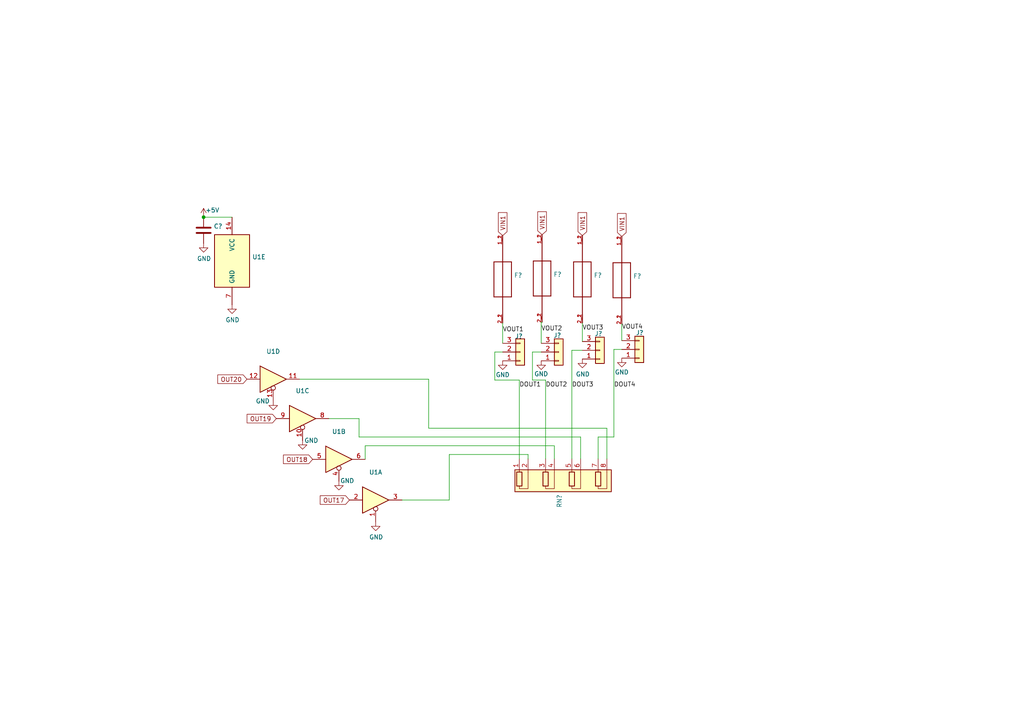
<source format=kicad_sch>
(kicad_sch (version 20211123) (generator eeschema)
  (paper "A4")
  (title_block (title "PB 16") (date "2022-01-07") (rev "v4") (company "Scott Hanson"))
  (lib_symbols
    (symbol "74xx:74LS125" (pin_names (offset 1.016))
      (property "Reference" "U" (at 0 1.27 0))
      (property "Value" "74LS125" (at 0 -1.27 0))
      (symbol "74LS125_1_0"
        (polyline (pts (xy -3.81 3.81) (xy -3.81 -3.81) (xy 3.81 0) (xy -3.81 3.81)) (stroke (width 0.254)) (fill (type background)))
        (pin input inverted (at 0 -6.35 90) (length 4.445) (name "~") (number "1"))
        (pin input line (at -7.62 0 0) (length 3.81) (name "~") (number "2"))
        (pin tri_state line (at 7.62 0 180) (length 3.81) (name "~") (number "3"))
      )
      (symbol "74LS125_2_0"
        (polyline (pts (xy -3.81 3.81) (xy -3.81 -3.81) (xy 3.81 0) (xy -3.81 3.81)) (stroke (width 0.254)) (fill (type background)))
        (pin input inverted (at 0 -6.35 90) (length 4.445) (name "~") (number "4"))
        (pin input line (at -7.62 0 0) (length 3.81) (name "~") (number "5"))
        (pin tri_state line (at 7.62 0 180) (length 3.81) (name "~") (number "6"))
      )
      (symbol "74LS125_3_0"
        (polyline (pts (xy -3.81 3.81) (xy -3.81 -3.81) (xy 3.81 0) (xy -3.81 3.81)) (stroke (width 0.254)) (fill (type background)))
        (pin input inverted (at 0 -6.35 90) (length 4.445) (name "~") (number "10"))
        (pin tri_state line (at 7.62 0 180) (length 3.81) (name "~") (number "8"))
        (pin input line (at -7.62 0 0) (length 3.81) (name "~") (number "9"))
      )
      (symbol "74LS125_4_0"
        (polyline (pts (xy -3.81 3.81) (xy -3.81 -3.81) (xy 3.81 0) (xy -3.81 3.81)) (stroke (width 0.254)) (fill (type background)))
        (pin tri_state line (at 7.62 0 180) (length 3.81) (name "~") (number "11"))
        (pin input line (at -7.62 0 0) (length 3.81) (name "~") (number "12"))
        (pin input inverted (at 0 -6.35 90) (length 4.445) (name "~") (number "13"))
      )
      (symbol "74LS125_5_0"
        (pin power_in line (at 0 12.7 270) (length 5.08) (name "VCC") (number "14"))
        (pin power_in line (at 0 -12.7 90) (length 5.08) (name "GND") (number "7"))
      )
      (symbol "74LS125_5_1"
        (rectangle (start -5.08 7.62) (end 5.08 -7.62) (stroke (width 0.254)) (fill (type background)))
      )
    )
    (symbol "Connector_Generic:Conn_01x03" (pin_names (offset 1.016) hide)
      (property "Reference" "J" (at 0 5.08 0))
      (property "Value" "Conn_01x03" (at 0 -5.08 0))
      (symbol "Conn_01x03_1_1"
        (rectangle (start -1.27 -2.413) (end 0 -2.667) (stroke (width 0.1524)))
        (rectangle (start -1.27 0.127) (end 0 -0.127) (stroke (width 0.1524)))
        (rectangle (start -1.27 2.667) (end 0 2.413) (stroke (width 0.1524)))
        (rectangle (start -1.27 3.81) (end 1.27 -3.81) (stroke (width 0.254)) (fill (type background)))
        (pin passive line (at -5.08 2.54 0) (length 3.81) (name "Pin_1") (number "1"))
        (pin passive line (at -5.08 0 0) (length 3.81) (name "Pin_2") (number "2"))
        (pin passive line (at -5.08 -2.54 0) (length 3.81) (name "Pin_3") (number "3"))
      )
    )
    (symbol "Four_Out-rescue:3544-2-Keystone_Fuse" (pin_names (offset 1.016) hide)
      (property "Reference" "F" (at -5.08 3.302 0))
      (property "Value" "3544-2-Keystone_Fuse" (at -5.08 -5.08 0))
      (symbol "3544-2-Keystone_Fuse_0_0"
        (polyline (pts (xy -12.7 0) (xy 12.7 0)) (stroke (width 0.254)))
        (polyline (pts (xy -5.08 -2.54) (xy -5.08 2.54)) (stroke (width 0.254)))
        (polyline (pts (xy -5.08 2.54) (xy 5.08 2.54)) (stroke (width 0.254)))
        (polyline (pts (xy 5.08 -2.54) (xy -5.08 -2.54)) (stroke (width 0.254)))
        (polyline (pts (xy 5.08 2.54) (xy 5.08 -2.54)) (stroke (width 0.254)))
        (pin passive line (at -12.7 0 0) (length 2.54) (name "1") (number "1_1"))
        (pin passive line (at -12.7 0 0) (length 2.54) (name "1") (number "1_2"))
        (pin passive line (at 12.7 0 180) (length 2.54) (name "2") (number "2_1"))
        (pin passive line (at 12.7 0 180) (length 2.54) (name "2") (number "2_2"))
      )
    )
    (symbol "Four_Out-rescue:C-Device" (pin_numbers hide) (pin_names (offset 0.254))
      (property "Reference" "C" (at 0.635 2.54 0))
      (property "Value" "C-Device" (at 0.635 -2.54 0))
      (symbol "C-Device_0_1"
        (polyline (pts (xy -2.032 -0.762) (xy 2.032 -0.762)) (stroke (width 0.508)))
        (polyline (pts (xy -2.032 0.762) (xy 2.032 0.762)) (stroke (width 0.508)))
      )
      (symbol "C-Device_1_1"
        (pin passive line (at 0 3.81 270) (length 2.794) (name "~") (number "1"))
        (pin passive line (at 0 -3.81 90) (length 2.794) (name "~") (number "2"))
      )
    )
    (symbol "Four_Out-rescue:R_Pack04_SIP-Device" (pin_names (offset 0) hide)
      (property "Reference" "RN" (at -15.24 0 90))
      (property "Value" "R_Pack04_SIP-Device" (at 15.24 0 90))
      (symbol "R_Pack04_SIP-Device_0_1"
        (rectangle (start -13.97 -1.905) (end 13.97 4.445) (stroke (width 0.254)) (fill (type background)))
        (rectangle (start -13.462 2.794) (end -11.938 -1.27) (stroke (width 0.254)))
        (rectangle (start -5.842 2.794) (end -4.318 -1.27) (stroke (width 0.254)))
        (polyline (pts (xy -12.7 2.794) (xy -12.7 3.556) (xy -10.16 3.556) (xy -10.16 -1.27)))
        (polyline (pts (xy -5.08 2.794) (xy -5.08 3.556) (xy -2.54 3.556) (xy -2.54 -1.27)))
        (polyline (pts (xy 2.54 2.794) (xy 2.54 3.556) (xy 5.08 3.556) (xy 5.08 -1.27)))
        (polyline (pts (xy 10.16 2.794) (xy 10.16 3.556) (xy 12.7 3.556) (xy 12.7 -1.27)))
        (rectangle (start 1.778 2.794) (end 3.302 -1.27) (stroke (width 0.254)))
        (rectangle (start 9.398 2.794) (end 10.922 -1.27) (stroke (width 0.254)))
      )
      (symbol "R_Pack04_SIP-Device_1_1"
        (pin passive line (at -12.7 -5.08 90) (length 3.81) (name "R1.1") (number "1"))
        (pin passive line (at -10.16 -5.08 90) (length 3.81) (name "R1.2") (number "2"))
        (pin passive line (at -5.08 -5.08 90) (length 3.81) (name "R2.1") (number "3"))
        (pin passive line (at -2.54 -5.08 90) (length 3.81) (name "R2.2") (number "4"))
        (pin passive line (at 2.54 -5.08 90) (length 3.81) (name "R3.1") (number "5"))
        (pin passive line (at 5.08 -5.08 90) (length 3.81) (name "R3.2") (number "6"))
        (pin passive line (at 10.16 -5.08 90) (length 3.81) (name "R4.1") (number "7"))
        (pin passive line (at 12.7 -5.08 90) (length 3.81) (name "R4.2") (number "8"))
      )
    )
    (symbol "power:+5V" (power) (pin_names (offset 0))
      (property "Value" "+5V" (at 0 3.556 0))
      (symbol "+5V_0_1"
        (polyline (pts (xy -0.762 1.27) (xy 0 2.54)))
        (polyline (pts (xy 0 0) (xy 0 2.54)))
        (polyline (pts (xy 0 2.54) (xy 0.762 1.27)))
      )
      (symbol "+5V_1_1"
        (pin power_in line (at 0 0 90) (length 0) hide (name "+5V") (number "1"))
      )
    )
    (symbol "power:GND" (power) (pin_names (offset 0))
      (property "Value" "GND" (at 0 -3.81 0))
      (symbol "GND_0_1"
        (polyline (pts (xy 0 0) (xy 0 -1.27) (xy 1.27 -1.27) (xy 0 -2.54) (xy -1.27 -1.27) (xy 0 -1.27)))
      )
      (symbol "GND_1_1"
        (pin power_in line (at 0 0 270) (length 0) hide (name "GND") (number "1"))
      )
    )
  )
  (junction (at 59.055 62.992))
  (wire (pts (xy 165.862 101.6) (xy 168.91 101.6)))
  (wire (pts (xy 105.918 129.286) (xy 160.782 129.286)))
  (wire (pts (xy 150.622 110.236) (xy 143.51 110.236)))
  (wire (pts (xy 178.054 101.346) (xy 178.054 126.746)))
  (wire (pts (xy 86.868 109.982) (xy 124.333 109.982)))
  (wire (pts (xy 180.34 101.346) (xy 178.054 101.346)))
  (wire (pts (xy 130.302 131.826) (xy 130.302 145.034)))
  (wire (pts (xy 158.242 110.236) (xy 154.432 110.236)))
  (wire (pts (xy 178.054 126.746) (xy 173.482 126.746)))
  (wire (pts (xy 104.14 126.746) (xy 168.402 126.746)))
  (wire (pts (xy 156.972 99.568) (xy 156.972 93.472)))
  (wire (pts (xy 143.51 110.236) (xy 143.51 102.108)))
  (wire (pts (xy 168.91 93.726) (xy 168.91 99.06)))
  (wire (pts (xy 130.302 145.034) (xy 116.586 145.034)))
  (wire (pts (xy 154.432 110.236) (xy 154.432 102.108)))
  (wire (pts (xy 158.242 133.096) (xy 158.242 110.236)))
  (wire (pts (xy 104.14 121.412) (xy 95.377 121.412)))
  (wire (pts (xy 156.972 102.108) (xy 154.432 102.108)))
  (wire (pts (xy 176.022 124.206) (xy 176.022 133.096)))
  (wire (pts (xy 67.31 62.992) (xy 59.055 62.992)))
  (wire (pts (xy 165.862 133.096) (xy 165.862 101.6)))
  (wire (pts (xy 124.333 109.982) (xy 124.333 124.206)))
  (wire (pts (xy 145.796 93.726) (xy 145.796 99.568)))
  (wire (pts (xy 124.333 124.206) (xy 176.022 124.206)))
  (wire (pts (xy 173.482 126.746) (xy 173.482 133.096)))
  (wire (pts (xy 153.162 131.826) (xy 153.162 133.096)))
  (wire (pts (xy 156.972 93.472) (xy 157.226 93.472)))
  (wire (pts (xy 150.622 133.096) (xy 150.622 110.236)))
  (wire (pts (xy 180.34 98.806) (xy 180.34 93.98)))
  (wire (pts (xy 143.51 102.108) (xy 145.796 102.108)))
  (wire (pts (xy 130.302 131.826) (xy 153.162 131.826)))
  (wire (pts (xy 160.782 129.286) (xy 160.782 133.096)))
  (wire (pts (xy 168.402 126.746) (xy 168.402 133.096)))
  (wire (pts (xy 104.14 126.746) (xy 104.14 121.412)))
  (wire (pts (xy 105.918 129.286) (xy 105.918 133.223)))
  (label "VOUT1" (at 145.796 96.52 0))
  (label "DOUT4" (at 178.054 112.522 0))
  (label "DOUT3" (at 165.862 112.522 0))
  (label "DOUT1" (at 150.622 112.522 0))
  (label "VOUT4" (at 180.34 95.758 0))
  (label "VOUT3" (at 168.91 96.012 0))
  (label "DOUT2" (at 158.242 112.522 0))
  (label "VOUT2" (at 156.972 96.266 0))
  (global_label "VIN1" (shape input) (at 168.91 68.326 90) (property "Intersheet References" "${INTERSHEET_REFS}" (effects hide)))
  (global_label "VIN1" (shape input) (at 157.226 68.072 90) (property "Intersheet References" "${INTERSHEET_REFS}" (effects hide)))
  (global_label "OUT20" (shape input) (at 71.628 109.982 180) (property "Intersheet References" "${INTERSHEET_REFS}" (effects hide)))
  (global_label "OUT17" (shape input) (at 101.346 145.034 180) (property "Intersheet References" "${INTERSHEET_REFS}" (effects hide)))
  (global_label "OUT19" (shape input) (at 80.137 121.412 180) (property "Intersheet References" "${INTERSHEET_REFS}" (effects hide)))
  (global_label "VIN1" (shape input) (at 145.796 68.326 90) (property "Intersheet References" "${INTERSHEET_REFS}" (effects hide)))
  (global_label "OUT18" (shape input) (at 90.678 133.223 180) (property "Intersheet References" "${INTERSHEET_REFS}" (effects hide)))
  (global_label "VIN1" (shape input) (at 180.34 68.58 90) (property "Intersheet References" "${INTERSHEET_REFS}" (effects hide)))
  (symbol (lib_id "Connector_Generic:Conn_01x03") (at 150.876 102.108 0) (mirror x) (unit 1)
    (property "Reference" "J?" (at 149.352 97.536 0) (effects (justify left)))
    (property "Digi-Key_PN" "277-5737-ND/ED10555-ND" (effects hide))
    (property "MPN" "1843619/OSTTJ0311530" (effects hide))
  )
  (symbol (lib_id "Connector_Generic:Conn_01x03") (at 162.052 102.108 0) (mirror x) (unit 1)
    (property "Reference" "J?" (at 160.528 97.282 0) (effects (justify left)))
    (property "Digi-Key_PN" "277-5737-ND/ED10555-ND" (effects hide))
    (property "MPN" "1843619/OSTTJ0311530" (effects hide))
  )
  (symbol (lib_id "Connector_Generic:Conn_01x03") (at 173.99 101.6 0) (mirror x) (unit 1)
    (property "Reference" "J?" (at 172.466 96.774 0) (effects (justify left)))
    (property "Digi-Key_PN" "277-5737-ND/ED10555-ND" (effects hide))
    (property "MPN" "1843619/OSTTJ0311530" (effects hide))
  )
  (symbol (lib_id "Connector_Generic:Conn_01x03") (at 185.42 101.346 0) (mirror x) (unit 1)
    (property "Reference" "J?" (at 184.404 96.52 0) (effects (justify left)))
    (property "Digi-Key_PN" "277-5737-ND/ED10555-ND" (effects hide))
    (property "MPN" "1843619/OSTTJ0311530" (effects hide))
  )
  (symbol (lib_id "power:GND") (at 145.796 104.648 0) (unit 1)
    (property "Reference" "#PWR?" (effects hide))
  )
  (symbol (lib_id "power:GND") (at 156.972 104.648 0) (unit 1)
    (property "Reference" "#PWR?" (effects hide))
  )
  (symbol (lib_id "power:GND") (at 168.91 104.14 0) (unit 1)
    (property "Reference" "#PWR?" (effects hide))
  )
  (symbol (lib_id "power:GND") (at 180.34 103.886 0) (unit 1)
    (property "Reference" "#PWR?" (effects hide))
  )
  (symbol (lib_id "Four_Out-rescue:3544-2-Keystone_Fuse") (at 157.226 80.772 270) (unit 1)
    (property "Reference" "F?" (at 160.528 79.6036 90) (effects (justify left)))
    (property "Field4" "3544-2" (effects hide))
    (property "Field5" "None" (effects hide))
    (property "Field6" "Unavailable" (effects hide))
    (property "Field7" "Fuse Clip; 500 VAC; 30 A; PCB; For 0.110 in. x 0.032 in. mini blade fuses" (effects hide))
    (property "Field8" "Keystone Electronics" (effects hide))
    (property "Digi-Key_PN" "36-3544-2-ND" (effects hide))
    (property "MPN" "3544-2" (effects hide))
  )
  (symbol (lib_id "Four_Out-rescue:3544-2-Keystone_Fuse") (at 168.91 81.026 270) (unit 1)
    (property "Reference" "F?" (at 172.212 79.8576 90) (effects (justify left)))
    (property "Field4" "3544-2" (effects hide))
    (property "Field5" "None" (effects hide))
    (property "Field6" "Unavailable" (effects hide))
    (property "Field7" "Fuse Clip; 500 VAC; 30 A; PCB; For 0.110 in. x 0.032 in. mini blade fuses" (effects hide))
    (property "Field8" "Keystone Electronics" (effects hide))
    (property "Digi-Key_PN" "36-3544-2-ND" (effects hide))
    (property "MPN" "3544-2" (effects hide))
  )
  (symbol (lib_id "Four_Out-rescue:3544-2-Keystone_Fuse") (at 180.34 81.28 270) (unit 1)
    (property "Reference" "F?" (at 183.642 80.1116 90) (effects (justify left)))
    (property "Field4" "3544-2" (effects hide))
    (property "Field5" "None" (effects hide))
    (property "Field6" "Unavailable" (effects hide))
    (property "Field7" "Fuse Clip; 500 VAC; 30 A; PCB; For 0.110 in. x 0.032 in. mini blade fuses" (effects hide))
    (property "Field8" "Keystone Electronics" (effects hide))
    (property "Digi-Key_PN" "36-3544-2-ND" (effects hide))
    (property "MPN" "3544-2" (effects hide))
  )
  (symbol (lib_id "power:GND") (at 59.055 70.612 0) (unit 1)
    (property "Reference" "#PWR?" (effects hide))
  )
  (symbol (lib_id "power:GND") (at 79.248 116.332 0) (unit 1)
    (property "Reference" "#PWR?" (effects hide))
  )
  (symbol (lib_id "Four_Out-rescue:C-Device") (at 59.055 66.802 0) (unit 1)
    (property "Reference" "C?" (at 61.976 65.6336 0) (effects (justify left)))
    (property "Digi-Key_PN" "478-7336-1-ND" (effects hide))
    (property "MPN" "SR215C104KARTR1" (effects hide))
  )
  (symbol (lib_id "power:+5V") (at 59.055 62.992 0) (unit 1)
    (property "Reference" "#PWR?" (effects hide))
  )
  (symbol (lib_id "Four_Out-rescue:3544-2-Keystone_Fuse") (at 145.796 81.026 270) (unit 1)
    (property "Reference" "F?" (at 149.098 79.8576 90) (effects (justify left)))
    (property "Field4" "3544-2" (effects hide))
    (property "Field5" "None" (effects hide))
    (property "Field6" "Unavailable" (effects hide))
    (property "Field7" "Fuse Clip; 500 VAC; 30 A; PCB; For 0.110 in. x 0.032 in. mini blade fuses" (effects hide))
    (property "Field8" "Keystone Electronics" (effects hide))
    (property "Digi-Key_PN" "36-3544-2-ND" (effects hide))
    (property "MPN" "3544-2" (effects hide))
  )
  (symbol (lib_id "Four_Out-rescue:R_Pack04_SIP-Device") (at 163.322 138.176 0) (mirror x) (unit 1)
    (property "Reference" "RN?" (at 162.2552 143.383 90) (effects (justify left)))
    (property "Datasheet" "http://www.vishay.com/docs/31509/csc.pdf" (effects hide))
    (property "Digi-Key_PN" "4608X-2-330LF-ND" (effects hide))
    (property "MPN" "4608X-102-330LF" (effects hide))
  )
  (symbol (lib_id "74xx:74LS125") (at 108.966 145.034 0) (unit 1)
    (property "Reference" "U1" (at 108.966 136.9822 0))
    (property "Datasheet" "http://www.ti.com/lit/gpn/sn74LS125" (effects hide))
    (property "Digi-Key_PN" "296-4531-5-ND" (effects hide))
    (property "MPN" "SN74AHC125N" (effects hide))
  )
  (symbol (lib_id "74xx:74LS125") (at 98.298 133.223 0) (unit 2)
    (property "Reference" "U1" (at 98.298 125.1712 0))
    (property "Datasheet" "http://www.ti.com/lit/gpn/sn74LS125" (effects hide))
    (property "Digi-Key_PN" "296-4531-5-ND" (effects hide))
    (property "MPN" "SN74AHC125N" (effects hide))
  )
  (symbol (lib_id "74xx:74LS125") (at 87.757 121.412 0) (unit 3)
    (property "Reference" "U1" (at 87.757 113.3602 0))
    (property "Datasheet" "http://www.ti.com/lit/gpn/sn74LS125" (effects hide))
    (property "Digi-Key_PN" "296-4531-5-ND" (effects hide))
    (property "MPN" "SN74AHC125N" (effects hide))
  )
  (symbol (lib_id "74xx:74LS125") (at 79.248 109.982 0) (unit 4)
    (property "Reference" "U1" (at 79.248 101.9302 0))
    (property "Datasheet" "http://www.ti.com/lit/gpn/sn74LS125" (effects hide))
    (property "Digi-Key_PN" "296-4531-5-ND" (effects hide))
    (property "MPN" "SN74AHC125N" (effects hide))
  )
  (symbol (lib_id "74xx:74LS125") (at 67.31 75.692 0) (unit 5)
    (property "Reference" "U1" (at 73.152 74.5236 0) (effects (justify left)))
    (property "Datasheet" "http://www.ti.com/lit/gpn/sn74LS125" (effects hide))
    (property "Digi-Key_PN" "296-4531-5-ND" (effects hide))
    (property "MPN" "SN74AHC125N" (effects hide))
  )
  (symbol (lib_id "power:GND") (at 67.31 88.392 0) (unit 1)
    (property "Reference" "#PWR?" (effects hide))
  )
  (symbol (lib_id "power:GND") (at 87.757 127.762 0) (unit 1)
    (property "Reference" "#PWR?" (effects hide))
  )
  (symbol (lib_id "power:GND") (at 98.298 139.573 0) (unit 1)
    (property "Reference" "#PWR?" (effects hide))
  )
  (symbol (lib_id "power:GND") (at 108.966 151.384 0) (unit 1)
    (property "Reference" "#PWR?" (effects hide))
  )
)
</source>
